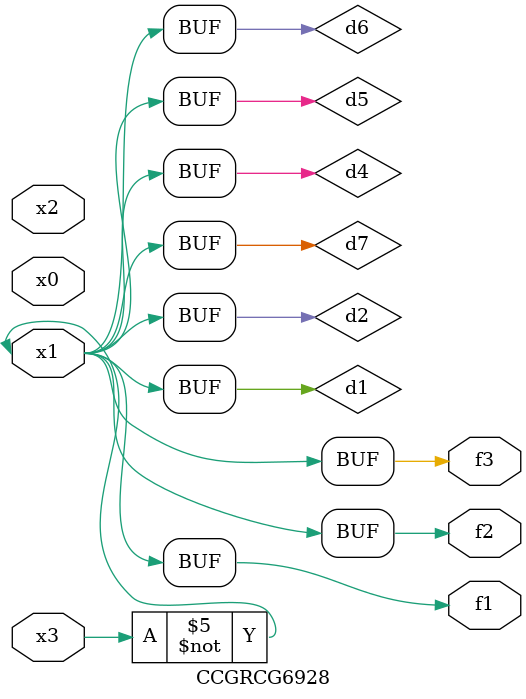
<source format=v>
module CCGRCG6928(
	input x0, x1, x2, x3,
	output f1, f2, f3
);

	wire d1, d2, d3, d4, d5, d6, d7;

	not (d1, x3);
	buf (d2, x1);
	xnor (d3, d1, d2);
	nor (d4, d1);
	buf (d5, d1, d2);
	buf (d6, d4, d5);
	nand (d7, d4);
	assign f1 = d6;
	assign f2 = d7;
	assign f3 = d6;
endmodule

</source>
